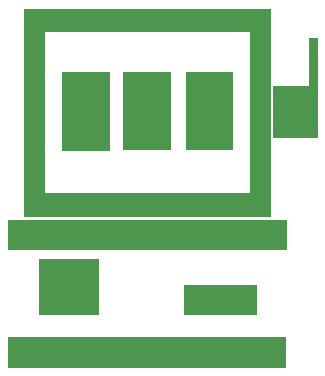
<source format=gbr>
%TF.GenerationSoftware,KiCad,Pcbnew,8.0.8*%
%TF.CreationDate,2025-04-07T01:45:18-03:00*%
%TF.ProjectId,Sao_SlotMachine_v2,53616f5f-536c-46f7-944d-616368696e65,rev?*%
%TF.SameCoordinates,Original*%
%TF.FileFunction,Soldermask,Top*%
%TF.FilePolarity,Negative*%
%FSLAX46Y46*%
G04 Gerber Fmt 4.6, Leading zero omitted, Abs format (unit mm)*
G04 Created by KiCad (PCBNEW 8.0.8) date 2025-04-07 01:45:18*
%MOMM*%
%LPD*%
G01*
G04 APERTURE LIST*
%ADD10C,0.050000*%
G04 APERTURE END LIST*
D10*
X108697270Y-72540866D02*
X132185896Y-72540866D01*
X132185896Y-75054399D01*
X108697270Y-75054399D01*
X108697270Y-72540866D01*
G36*
X108697270Y-72540866D02*
G01*
X132185896Y-72540866D01*
X132185896Y-75054399D01*
X108697270Y-75054399D01*
X108697270Y-72540866D01*
G37*
X134829942Y-61240720D02*
X134835737Y-61240720D01*
X134835737Y-65566469D01*
X131147644Y-65566469D01*
X131147644Y-61240720D01*
X134164569Y-61240720D01*
X134164569Y-57196047D01*
X134829942Y-57196047D01*
X134829942Y-61240720D01*
G36*
X134829942Y-61240720D02*
G01*
X134835737Y-61240720D01*
X134835737Y-65566469D01*
X131147644Y-65566469D01*
X131147644Y-61240720D01*
X134164569Y-61240720D01*
X134164569Y-57196047D01*
X134829942Y-57196047D01*
X134829942Y-61240720D01*
G37*
X111275663Y-75826646D02*
X116281755Y-75826646D01*
X116281755Y-80536325D01*
X111275663Y-80536325D01*
X111275663Y-75826646D01*
G36*
X111275663Y-75826646D02*
G01*
X116281755Y-75826646D01*
X116281755Y-80536325D01*
X111275663Y-80536325D01*
X111275663Y-75826646D01*
G37*
X130869884Y-54750324D02*
X130889844Y-54750324D01*
X130889844Y-72184165D01*
X110024399Y-72184165D01*
X110024399Y-72138243D01*
X110004439Y-72138243D01*
X110004439Y-70294309D01*
X111755540Y-70294309D01*
X129130904Y-70300146D01*
X129138742Y-56594257D01*
X111763379Y-56588421D01*
X111755540Y-70294309D01*
X110004439Y-70294309D01*
X110004439Y-54704402D01*
X130869884Y-54704402D01*
X130869884Y-54750324D01*
G36*
X130869884Y-54750324D02*
G01*
X130889844Y-54750324D01*
X130889844Y-72184165D01*
X110024399Y-72184165D01*
X110024399Y-72138243D01*
X110004439Y-72138243D01*
X110004439Y-70294309D01*
X111755540Y-70294309D01*
X129130904Y-70300146D01*
X129138742Y-56594257D01*
X111763379Y-56588421D01*
X111755540Y-70294309D01*
X110004439Y-70294309D01*
X110004439Y-54704402D01*
X130869884Y-54704402D01*
X130869884Y-54750324D01*
G37*
X108686645Y-82473718D02*
X132175271Y-82473718D01*
X132175271Y-84987251D01*
X108686645Y-84987251D01*
X108686645Y-82473718D01*
G36*
X108686645Y-82473718D02*
G01*
X132175271Y-82473718D01*
X132175271Y-84987251D01*
X108686645Y-84987251D01*
X108686645Y-82473718D01*
G37*
X123593286Y-78099148D02*
X129653292Y-78099148D01*
X129653292Y-80536325D01*
X123593286Y-80536325D01*
X123593286Y-78099148D01*
G36*
X123593286Y-78099148D02*
G01*
X129653292Y-78099148D01*
X129653292Y-80536325D01*
X123593286Y-80536325D01*
X123593286Y-78099148D01*
G37*
X113278838Y-60017933D02*
X117236865Y-60017933D01*
X117236865Y-66608547D01*
X113278838Y-66608547D01*
X113278838Y-60017933D01*
G36*
X113278838Y-60017933D02*
G01*
X117236865Y-60017933D01*
X117236865Y-66608547D01*
X113278838Y-66608547D01*
X113278838Y-60017933D01*
G37*
G36*
X123761190Y-59992509D02*
G01*
X127773598Y-59992509D01*
X127773598Y-66634636D01*
X123761190Y-66634636D01*
X123761190Y-59992509D01*
G37*
G36*
X118454793Y-59997727D02*
G01*
X122477637Y-59997727D01*
X122477637Y-66624201D01*
X118454793Y-66624201D01*
X118454793Y-59997727D01*
G37*
M02*

</source>
